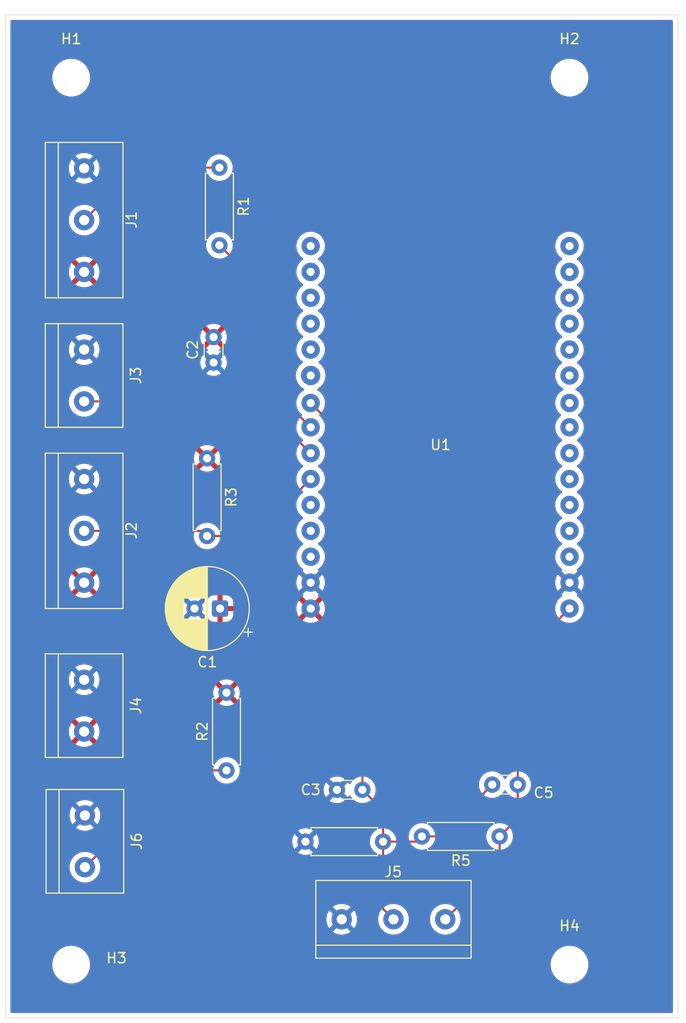
<source format=kicad_pcb>
(kicad_pcb (version 20241229) (generator "pcbnew") (generator_version "9.0")
  (layers (0 "F.Cu" signal) (2 "B.Cu" signal) (13 "F.Paste" user) (15 "B.Paste" user) (5 "F.SilkS" user "F.Silkscreen") (7 "B.SilkS" user "B.Silkscreen") (1 "F.Mask" user) (3 "B.Mask" user) (25 "Edge.Cuts" user))
  (net 0 "")
  (net 1 "GND")
  (net 2 "+5V")
  (net 3 "Net-(J1-Pin_2)")
  (net 4 "/GPIO26")
  (net 5 "/GPIO27")
  (net 6 "/GPIO33")
  (net 7 "Net-(J6-Pin_2)")
  (net 8 "/GPIO25")
  (net 11 "+3.3V")
  (footprint "ESP32_Custom_Footprints:TerminalBlock_bornier-3_P5.08mm" (layer "F.Cu") (at 168.275 81.28 -90)
    (property "Reference" "J2" (at 5.05 -4.65 90) (layer "F.SilkS"))
    (property "Value" "DS18B20 Terminal")
    (fp_line (start -2.54 3.81) (end 12.7 3.81) (stroke (width 0.12)) (layer "F.SilkS"))
    (fp_line (start -2.54 3.81) (end -2.54 -3.81) (stroke (width 0.12)) (layer "F.SilkS"))
    (fp_line (start 12.7 3.81) (end 12.7 -3.81) (stroke (width 0.12)) (layer "F.SilkS"))
    (fp_line (start -2.54 2.54) (end 12.7 2.54) (stroke (width 0.12)) (layer "F.SilkS"))
    (fp_line (start -2.54 -3.81) (end 12.7 -3.81) (stroke (width 0.12)) (layer "F.SilkS"))
    (pad "1" thru_hole circle (at 0 0 270) (size 2 2) (drill 1) (layers "*.Cu" "*.Mask") (net 1 "GND"))
    (pad "2" thru_hole circle (at 5.08 0 270) (size 2 2) (drill 1) (layers "*.Cu" "*.Mask") (net 4 "/GPIO26"))
    (pad "3" thru_hole circle (at 10.16 0 270) (size 2 2) (drill 1) (layers "*.Cu" "*.Mask") (net 2 "+5V"))
  )
  (footprint "ESP32_Custom_Footprints:C_Disc_D3.0mm_W1.6mm_P2.50mm" (layer "F.Cu") (at 193.08 111.76)
    (property "Reference" "C3" (at -2.58 0 0) (layer "F.SilkS"))
    (property "Value" "0.1µF Ceramic Capacitor")
    (fp_line (start 0.485 -0.92) (end 2.015 -0.92) (stroke (width 0.12)) (layer "F.SilkS"))
    (fp_line (start 0.485 0.92) (end 2.015 0.92) (stroke (width 0.12)) (layer "F.SilkS"))
    (pad "1" thru_hole circle (at 0 0) (size 1.6 1.6) (drill 0.8) (layers "*.Cu" "*.Mask") (net 1 "GND"))
    (pad "2" thru_hole circle (at 2.5 0) (size 1.6 1.6) (drill 0.8) (layers "*.Cu" "*.Mask") (net 6 "/GPIO33"))
  )
  (footprint "ESP32_Custom_Footprints:CP_Radial_D8.0mm_P2.50mm" (layer "F.Cu") (at 181.61 93.98 180)
    (property "Reference" "C1" (at 1.25 -5.25 0) (layer "F.SilkS"))
    (property "Value" "1000µF C_Polarized")
    (fp_line (start 5.33 -0.533) (end 5.33 0.533) (stroke (width 0.12)) (layer "F.SilkS"))
    (fp_line (start 5.29 -0.768) (end 5.29 0.768) (stroke (width 0.12)) (layer "F.SilkS"))
    (fp_line (start 5.25 -0.947) (end 5.25 0.947) (stroke (width 0.12)) (layer "F.SilkS"))
    (fp_line (start 5.21 -1.097) (end 5.21 1.097) (stroke (width 0.12)) (layer "F.SilkS"))
    (fp_line (start 5.17 -1.228) (end 5.17 1.228) (stroke (width 0.12)) (layer "F.SilkS"))
    (fp_line (start 5.13 -1.346) (end 5.13 1.346) (stroke (width 0.12)) (layer "F.SilkS"))
    (fp_line (start 5.09 -1.453) (end 5.09 1.453) (stroke (width 0.12)) (layer "F.SilkS"))
    (fp_line (start 5.05 -1.552) (end 5.05 1.552) (stroke (width 0.12)) (layer "F.SilkS"))
    (fp_line (start 5.01 -1.644) (end 5.01 1.644) (stroke (width 0.12)) (layer "F.SilkS"))
    (fp_line (start 4.97 -1.731) (end 4.97 1.731) (stroke (width 0.12)) (layer "F.SilkS"))
    (fp_line (start 4.93 -1.813) (end 4.93 1.813) (stroke (width 0.12)) (layer "F.SilkS"))
    (fp_line (start 4.89 -1.89) (end 4.89 1.89) (stroke (width 0.12)) (layer "F.SilkS"))
    (fp_line (start 4.85 -1.964) (end 4.85 1.964) (stroke (width 0.12)) (layer "F.SilkS"))
    (fp_line (start 4.81 -2.034) (end 4.81 2.034) (stroke (width 0.12)) (layer "F.SilkS"))
    (fp_line (start 4.77 -2.101) (end 4.77 2.101) (stroke (width 0.12)) (layer "F.SilkS"))
    (fp_line (start 4.73 -2.165) (end 4.73 2.165) (stroke (width 0.12)) (layer "F.SilkS"))
    (fp_line (start 4.69 -2.227) (end 4.69 2.227) (stroke (width 0.12)) (layer "F.SilkS"))
    (fp_line (start 4.65 -2.287) (end 4.65 2.287) (stroke (width 0.12)) (layer "F.SilkS"))
    (fp_line (start 4.61 -2.344) (end 4.61 2.344) (stroke (width 0.12)) (layer "F.SilkS"))
    (fp_line (start 4.57 -2.4) (end 4.57 2.4) (stroke (width 0.12)) (layer "F.SilkS"))
    (fp_line (start 4.53 -2.453) (end 4.53 2.453) (stroke (width 0.12)) (layer "F.SilkS"))
    (fp_line (start 4.49 -2.505) (end 4.49 2.505) (stroke (width 0.12)) (layer "F.SilkS"))
    (fp_line (start 4.45 -2.555) (end 4.45 2.555) (stroke (width 0.12)) (layer "F.SilkS"))
    (fp_line (start 4.41 -2.604) (end 4.41 2.604) (stroke (width 0.12)) (layer "F.SilkS"))
    (fp_line (start 4.37 -2.651) (end 4.37 2.651) (stroke (width 0.12)) (layer "F.SilkS"))
    (fp_line (start 4.33 -2.696) (end 4.33 2.696) (stroke (width 0.12)) (layer "F.SilkS"))
    (fp_line (start 4.29 -2.741) (end 4.29 2.741) (stroke (width 0.12)) (layer "F.SilkS"))
    (fp_line (start 4.25 -2.784) (end 4.25 2.784) (stroke (width 0.12)) (layer "F.SilkS"))
    (fp_line (start 4.21 -2.826) (end 4.21 2.826) (stroke (width 0.12)) (layer "F.SilkS"))
    (fp_line (start 4.17 -2.867) (end 4.17 2.867) (stroke (width 0.12)) (layer "F.SilkS"))
    (fp_line (start 4.13 -2.906) (end 4.13 2.906) (stroke (width 0.12)) (layer "F.SilkS"))
    (fp_line (start 4.09 -2.945) (end 4.09 2.945) (stroke (width 0.12)) (layer "F.SilkS"))
    (fp_line (start 4.05 -2.982) (end 4.05 2.982) (stroke (width 0.12)) (layer "F.SilkS"))
    (fp_line (start 4.01 -3.019) (end 4.01 3.019) (stroke (width 0.12)) (layer "F.SilkS"))
    (fp_line (start 3.97 -3.055) (end 3.97 3.055) (stroke (width 0.12)) (layer "F.SilkS"))
    (fp_line (start 3.93 -3.089) (end 3.93 3.089) (stroke (width 0.12)) (layer "F.SilkS"))
    (fp_line (start 3.89 -3.123) (end 3.89 3.123) (stroke (width 0.12)) (layer "F.SilkS"))
    (fp_line (start 3.85 -3.156) (end 3.85 3.156) (stroke (width 0.12)) (layer "F.SilkS"))
    (fp_line (start 3.81 -3.188) (end 3.81 3.188) (stroke (width 0.12)) (layer "F.SilkS"))
    (fp_line (start 3.77 -3.219) (end 3.77 3.219) (stroke (width 0.12)) (layer "F.SilkS"))
    (fp_line (start 3.73 -3.25) (end 3.73 3.25) (stroke (width 0.12)) (layer "F.SilkS"))
    (fp_line (start 3.69 -3.28) (end 3.69 3.28) (stroke (width 0.12)) (layer "F.SilkS"))
    (fp_line (start 3.65 -3.309) (end 3.65 3.309) (stroke (width 0.12)) (layer "F.SilkS"))
    (fp_line (start 3.61 -3.337) (end 3.61 3.337) (stroke (width 0.12)) (layer "F.SilkS"))
    (fp_line (start 3.57 -3.365) (end 3.57 3.365) (stroke (width 0.12)) (layer "F.SilkS"))
    (fp_line (start 3.53 1.04) (end 3.53 3.392) (stroke (width 0.12)) (layer "F.SilkS"))
    (fp_line (start 3.53 -3.392) (end 3.53 -1.04) (stroke (width 0.12)) (layer "F.SilkS"))
    (fp_line (start 3.49 1.04) (end 3.49 3.418) (stroke (width 0.12)) (layer "F.SilkS"))
    (fp_line (start 3.49 -3.418) (end 3.49 -1.04) (stroke (width 0.12)) (layer "F.SilkS"))
    (fp_line (start 3.45 1.04) (end 3.45 3.443) (stroke (width 0.12)) (layer "F.SilkS"))
    (fp_line (start 3.45 -3.443) (end 3.45 -1.04) (stroke (width 0.12)) (layer "F.SilkS"))
    (fp_line (start 3.41 1.04) (end 3.41 3.468) (stroke (width 0.12)) (layer "F.SilkS"))
    (fp_line (start 3.41 -3.468) (end 3.41 -1.04) (stroke (width 0.12)) (layer "F.SilkS"))
    (fp_line (start 3.37 1.04) (end 3.37 3.493) (stroke (width 0.12)) (layer "F.SilkS"))
    (fp_line (start 3.37 -3.493) (end 3.37 -1.04) (stroke (width 0.12)) (layer "F.SilkS"))
    (fp_line (start 3.33 1.04) (end 3.33 3.516) (stroke (width 0.12)) (layer "F.SilkS"))
    (fp_line (start 3.33 -3.516) (end 3.33 -1.04) (stroke (width 0.12)) (layer "F.SilkS"))
    (fp_line (start 3.29 1.04) (end 3.29 3.539) (stroke (width 0.12)) (layer "F.SilkS"))
    (fp_line (start 3.29 -3.539) (end 3.29 -1.04) (stroke (width 0.12)) (layer "F.SilkS"))
    (fp_line (start 3.25 1.04) (end 3.25 3.562) (stroke (width 0.12)) (layer "F.SilkS"))
    (fp_line (start 3.25 -3.562) (end 3.25 -1.04) (stroke (width 0.12)) (layer "F.SilkS"))
    (fp_line (start 3.21 1.04) (end 3.21 3.584) (stroke (width 0.12)) (layer "F.SilkS"))
    (fp_line (start 3.21 -3.584) (end 3.21 -1.04) (stroke (width 0.12)) (layer "F.SilkS"))
    (fp_line (start 3.17 1.04) (end 3.17 3.605) (stroke (width 0.12)) (layer "F.SilkS"))
    (fp_line (start 3.17 -3.605) (end 3.17 -1.04) (stroke (width 0.12)) (layer "F.SilkS"))
    (fp_line (start 3.13 1.04) (end 3.13 3.626) (stroke (width 0.12)) (layer "F.SilkS"))
    (fp_line (start 3.13 -3.626) (end 3.13 -1.04) (stroke (width 0.12)) (layer "F.SilkS"))
    (fp_line (start 3.09 1.04) (end 3.09 3.646) (stroke (width 0.12)) (layer "F.SilkS"))
    (fp_line (start 3.09 -3.646) (end 3.09 -1.04) (stroke (width 0.12)) (layer "F.SilkS"))
    (fp_line (start 3.05 1.04) (end 3.05 3.666) (stroke (width 0.12)) (layer "F.SilkS"))
    (fp_line (start 3.05 -3.666) (end 3.05 -1.04) (stroke (width 0.12)) (layer "F.SilkS"))
    (fp_line (start 3.01 1.04) (end 3.01 3.685) (stroke (width 0.12)) (layer "F.SilkS"))
    (fp_line (start 3.01 -3.685) (end 3.01 -1.04) (stroke (width 0.12)) (layer "F.SilkS"))
    (fp_line (start 2.97 1.04) (end 2.97 3.704) (stroke (width 0.12)) (layer "F.SilkS"))
    (fp_line (start 2.97 -3.704) (end 2.97 -1.04) (stroke (width 0.12)) (layer "F.SilkS"))
    (fp_line (start 2.93 1.04) (end 2.93 3.722) (stroke (width 0.12)) (layer "F.SilkS"))
    (fp_line (start 2.93 -3.722) (end 2.93 -1.04) (stroke (width 0.12)) (layer "F.SilkS"))
    (fp_line (start 2.89 1.04) (end 2.89 3.74) (stroke (width 0.12)) (layer "F.SilkS"))
    (fp_line (start 2.89 -3.74) (end 2.89 -1.04) (stroke (width 0.12)) (layer "F.SilkS"))
    (fp_line (start 2.85 1.04) (end 2.85 3.757) (stroke (width 0.12)) (layer "F.SilkS"))
    (fp_line (start 2.85 -3.757) (end 2.85 -1.04) (stroke (width 0.12)) (layer "F.SilkS"))
    (fp_line (start 2.81 1.04) (end 2.81 3.773) (stroke (width 0.12)) (layer "F.SilkS"))
    (fp_line (start 2.81 -3.773) (end 2.81 -1.04) (stroke (width 0.12)) (layer "F.SilkS"))
    (fp_line (start 2.77 1.04) (end 2.77 3.789) (stroke (width 0.12)) (layer "F.SilkS"))
    (fp_line (start 2.77 -3.789) (end 2.77 -1.04) (stroke (width 0.12)) (layer "F.SilkS"))
    (fp_line (start 2.73 1.04) (end 2.73 3.805) (stroke (width 0.12)) (layer "F.SilkS"))
    (fp_line (start 2.73 -3.805) (end 2.73 -1.04) (stroke (width 0.12)) (layer "F.SilkS"))
    (fp_line (start 2.69 1.04) (end 2.69 3.82) (stroke (width 0.12)) (layer "F.SilkS"))
    (fp_line (start 2.69 -3.82) (end 2.69 -1.04) (stroke (width 0.12)) (layer "F.SilkS"))
    (fp_line (start 2.65 1.04) (end 2.65 3.835) (stroke (width 0.12)) (layer "F.SilkS"))
    (fp_line (start 2.65 -3.835) (end 2.65 -1.04) (stroke (width 0.12)) (layer "F.SilkS"))
    (fp_line (start 2.61 1.04) (end 2.61 3.849) (stroke (width 0.12)) (layer "F.SilkS"))
    (fp_line (start 2.61 -3.849) (end 2.61 -1.04) (stroke (width 0.12)) (layer "F.SilkS"))
    (fp_line (start 2.57 1.04) (end 2.57 3.863) (stroke (width 0.12)) (layer "F.SilkS"))
    (fp_line (start 2.57 -3.863) (end 2.57 -1.04) (stroke (width 0.12)) (layer "F.SilkS"))
    (fp_line (start 2.53 1.04) (end 2.53 3.876) (stroke (width 0.12)) (layer "F.SilkS"))
    (fp_line (start 2.53 -3.876) (end 2.53 -1.04) (stroke (width 0.12)) (layer "F.SilkS"))
    (fp_line (start 2.49 1.04) (end 2.49 3.889) (stroke (width 0.12)) (layer "F.SilkS"))
    (fp_line (start 2.49 -3.889) (end 2.49 -1.04) (stroke (width 0.12)) (layer "F.SilkS"))
    (fp_line (start 2.45 1.04) (end 2.45 3.901) (stroke (width 0.12)) (layer "F.SilkS"))
    (fp_line (start 2.45 -3.901) (end 2.45 -1.04) (stroke (width 0.12)) (layer "F.SilkS"))
    (fp_line (start 2.41 1.04) (end 2.41 3.913) (stroke (width 0.12)) (layer "F.SilkS"))
    (fp_line (start 2.41 -3.913) (end 2.41 -1.04) (stroke (width 0.12)) (layer "F.SilkS"))
    (fp_line (start 2.37 1.04) (end 2.37 3.925) (stroke (width 0.12)) (layer "F.SilkS"))
    (fp_line (start 2.37 -3.925) (end 2.37 -1.04) (stroke (width 0.12)) (layer "F.SilkS"))
    (fp_line (start 2.33 1.04) (end 2.33 3.936) (stroke (width 0.12)) (layer "F.SilkS"))
    (fp_line (start 2.33 -3.936) (end 2.33 -1.04) (stroke (width 0.12)) (layer "F.SilkS"))
    (fp_line (start 2.29 1.04) (end 2.29 3.947) (stroke (width 0.12)) (layer "F.SilkS"))
    (fp_line (start 2.29 -3.947) (end 2.29 -1.04) (stroke (width 0.12)) (layer "F.SilkS"))
    (fp_line (start 2.25 1.04) (end 2.25 3.957) (stroke (width 0.12)) (layer "F.SilkS"))
    (fp_line (start 2.25 -3.957) (end 2.25 -1.04) (stroke (width 0.12)) (layer "F.SilkS"))
    (fp_line (start 2.21 1.04) (end 2.21 3.967) (stroke (width 0.12)) (layer "F.SilkS"))
    (fp_line (start 2.21 -3.967) (end 2.21 -1.04) (stroke (width 0.12)) (layer "F.SilkS"))
    (fp_line (start 2.17 1.04) (end 2.17 3.976) (stroke (width 0.12)) (layer "F.SilkS"))
    (fp_line (start 2.17 -3.976) (end 2.17 -1.04) (stroke (width 0.12)) (layer "F.SilkS"))
    (fp_line (start 2.13 1.04) (end 2.13 3.985) (stroke (width 0.12)) (layer "F.SilkS"))
    (fp_line (start 2.13 -3.985) (end 2.13 -1.04) (stroke (width 0.12)) (layer "F.SilkS"))
    (fp_line (start 2.09 1.04) (end 2.09 3.993) (stroke (width 0.12)) (layer "F.SilkS"))
    (fp_line (start 2.09 -3.993) (end 2.09 -1.04) (stroke (width 0.12)) (layer "F.SilkS"))
    (fp_line (start 2.05 1.04) (end 2.05 4.002) (stroke (width 0.12)) (layer "F.SilkS"))
    (fp_line (start 2.05 -4.002) (end 2.05 -1.04) (stroke (width 0.12)) (layer "F.SilkS"))
    (fp_line (start 2.01 1.04) (end 2.01 4.009) (stroke (width 0.12)) (layer "F.SilkS"))
    (fp_line (start 2.01 -4.009) (end 2.01 -1.04) (stroke (width 0.12)) (layer "F.SilkS"))
    (fp_line (start 1.97 1.04) (end 1.97 4.017) (stroke (width 0.12)) (layer "F.SilkS"))
    (fp_line (start 1.97 -4.017) (end 1.97 -1.04) (stroke (width 0.12)) (layer "F.SilkS"))
    (fp_line (start 1.93 1.04) (end 1.93 4.023) (stroke (width 0.12)) (layer "F.SilkS"))
    (fp_line (start 1.93 -4.023) (end 1.93 -1.04) (stroke (width 0.12)) (layer "F.SilkS"))
    (fp_line (start 1.89 1.04) (end 1.89 4.03) (stroke (width 0.12)) (layer "F.SilkS"))
    (fp_line (start 1.89 -4.03) (end 1.89 -1.04) (stroke (width 0.12)) (layer "F.SilkS"))
    (fp_line (start 1.85 1.04) (end 1.85 4.036) (stroke (width 0.12)) (layer "F.SilkS"))
    (fp_line (start 1.85 -4.036) (end 1.85 -1.04) (stroke (width 0.12)) (layer "F.SilkS"))
    (fp_line (start 1.81 1.04) (end 1.81 4.042) (stroke (width 0.12)) (layer "F.SilkS"))
    (fp_line (start 1.81 -4.042) (end 1.81 -1.04) (stroke (width 0.12)) (layer "F.SilkS"))
    (fp_line (start 1.77 1.04) (end 1.77 4.047) (stroke (width 0.12)) (layer "F.SilkS"))
    (fp_line (start 1.77 -4.047) (end 1.77 -1.04) (stroke (width 0.12)) (layer "F.SilkS"))
    (fp_line (start 1.73 1.04) (end 1.73 4.052) (stroke (width 0.12)) (layer "F.SilkS"))
    (fp_line (start 1.73 -4.052) (end 1.73 -1.04) (stroke (width 0.12)) (layer "F.SilkS"))
    (fp_line (start 1.69 1.04) (end 1.69 4.056) (stroke (width 0.12)) (layer "F.SilkS"))
    (fp_line (start 1.69 -4.056) (end 1.69 -1.04) (stroke (width 0.12)) (layer "F.SilkS"))
    (fp_line (start 1.65 1.04) (end 1.65 4.061) (stroke (width 0.12)) (layer "F.SilkS"))
    (fp_line (start 1.65 -4.061) (end 1.65 -1.04) (stroke (width 0.12)) (layer "F.SilkS"))
    (fp_line (start 1.61 1.04) (end 1.61 4.064) (stroke (width 0.12)) (layer "F.SilkS"))
    (fp_line (start 1.61 -4.064) (end 1.61 -1.04) (stroke (width 0.12)) (layer "F.SilkS"))
    (fp_line (start 1.57 1.04) (end 1.57 4.068) (stroke (width 0.12)) (layer "F.SilkS"))
    (fp_line (start 1.57 -4.068) (end 1.57 -1.04) (stroke (width 0.12)) (layer "F.SilkS"))
    (fp_line (start 1.53 1.04) (end 1.53 4.07) (stroke (width 0.12)) (layer "F.SilkS"))
    (fp_line (start 1.53 -4.07) (end 1.53 -1.04) (stroke (width 0.12)) (layer "F.SilkS"))
    (fp_line (start 1.49 1.04) (end 1.49 4.073) (stroke (width 0.12)) (layer "F.SilkS"))
    (fp_line (start 1.49 -4.073) (end 1.49 -1.04) (stroke (width 0.12)) (layer "F.SilkS"))
    (fp_line (start 1.45 -4.075) (end 1.45 4.075) (stroke (width 0.12)) (layer "F.SilkS"))
    (fp_line (start 1.41 -4.077) (end 1.41 4.077) (stroke (width 0.12)) (layer "F.SilkS"))
    (fp_line (start 1.37 -4.078) (end 1.37 4.078) (stroke (width 0.12)) (layer "F.SilkS"))
    (fp_line (start 1.33 -4.079) (end 1.33 4.079) (stroke (width 0.12)) (layer "F.SilkS"))
    (fp_line (start 1.29 -4.08) (end 1.29 4.08) (stroke (width 0.12)) (layer "F.SilkS"))
    (fp_line (start 1.25 -4.08) (end 1.25 4.08) (stroke (width 0.12)) (layer "F.SilkS"))
    (fp_line (start -2.759698 -2.715) (end -2.759698 -1.915) (stroke (width 0.12)) (layer "F.SilkS"))
    (fp_line (start -3.159698 -2.315) (end -2.359698 -2.315) (stroke (width 0.12)) (layer "F.SilkS"))
    (fp_circle (center 1.25 0) (end 5.37 0) (stroke (width 0.12)) (fill no) (layer "F.SilkS"))
    (pad "1" thru_hole roundrect (at 0 0 180) (size 1.6 1.6) (drill 0.8) (layers "*.Cu" "*.Mask") (roundrect_rratio 0.15625) (net 2 "+5V"))
    (pad "2" thru_hole circle (at 2.5 0 180) (size 1.6 1.6) (drill 0.8) (layers "*.Cu" "*.Mask") (net 1 "GND"))
  )
  (footprint "ESP32_Custom_Footprints:ESP32-DevKit" (layer "F.Cu") (at 189 48.42)
    (property "Reference" "U1" (hide yes))
    (property "Value" "~" (hide yes))
    (fp_text user "${REFERENCE}" (at 14.25 29.5 0) (layer "F.SilkS"))
    (pad "1" thru_hole circle (at 1.5 10) (size 1.8 1.8) (drill 0.8) (layers "*.Cu" "*.Mask"))
    (pad "2" thru_hole circle (at 1.5 12.54) (size 1.8 1.8) (drill 0.8) (layers "*.Cu" "*.Mask"))
    (pad "3" thru_hole circle (at 1.5 15.08) (size 1.8 1.8) (drill 0.8) (layers "*.Cu" "*.Mask"))
    (pad "4" thru_hole circle (at 1.5 17.62) (size 1.8 1.8) (drill 0.8) (layers "*.Cu" "*.Mask"))
    (pad "5" thru_hole circle (at 1.5 20.16) (size 1.8 1.8) (drill 0.8) (layers "*.Cu" "*.Mask"))
    (pad "6" thru_hole circle (at 1.5 22.7) (size 1.9 1.9) (drill 0.8) (layers "*.Cu" "*.Mask"))
    (pad "7" thru_hole circle (at 1.5 25.4) (size 1.8 1.8) (drill 0.8) (layers "*.Cu" "*.Mask") (net 6 "/GPIO33"))
    (pad "8" thru_hole circle (at 1.5 27.78) (size 1.8 1.8) (drill 0.8) (layers "*.Cu" "*.Mask") (net 8 "/GPIO25"))
    (pad "9" thru_hole circle (at 1.5 32.86) (size 1.8 1.8) (drill 0.8) (layers "*.Cu" "*.Mask") (net 4 "/GPIO26"))
    (pad "10" thru_hole circle (at 1.5 30.32) (size 1.8 1.8) (drill 0.8) (layers "*.Cu" "*.Mask") (net 5 "/GPIO27"))
    (pad "11" thru_hole circle (at 1.5 35.4) (size 1.8 1.8) (drill 0.8) (layers "*.Cu" "*.Mask"))
    (pad "12" thru_hole circle (at 1.5 37.94) (size 1.8 1.8) (drill 0.8) (layers "*.Cu" "*.Mask"))
    (pad "13" thru_hole circle (at 1.5 40.48) (size 1.8 1.8) (drill 0.8) (layers "*.Cu" "*.Mask"))
    (pad "14" thru_hole circle (at 1.5 43.02) (size 1.8 1.8) (drill 0.8) (layers "*.Cu" "*.Mask") (net 1 "GND"))
    (pad "15" thru_hole circle (at 1.5 45.56) (size 1.8 1.8) (drill 0.8) (layers "*.Cu" "*.Mask") (net 2 "+5V"))
    (pad "16" thru_hole circle (at 26.9 10) (size 1.8 1.8) (drill 0.8) (layers "*.Cu" "*.Mask"))
    (pad "17" thru_hole circle (at 26.9 12.54) (size 1.8 1.8) (drill 0.8) (layers "*.Cu" "*.Mask"))
    (pad "18" thru_hole circle (at 26.9 15.08) (size 1.8 1.8) (drill 0.8) (layers "*.Cu" "*.Mask"))
    (pad "19" thru_hole circle (at 26.9 17.62) (size 1.8 1.8) (drill 0.8) (layers "*.Cu" "*.Mask"))
    (pad "20" thru_hole circle (at 26.9 20.16) (size 1.8 1.8) (drill 0.8) (layers "*.Cu" "*.Mask"))
    (pad "21" thru_hole circle (at 26.9 22.7) (size 1.8 1.8) (drill 0.8) (layers "*.Cu" "*.Mask"))
    (pad "22" thru_hole circle (at 26.9 25.4) (size 1.8 1.8) (drill 0.8) (layers "*.Cu" "*.Mask"))
    (pad "23" thru_hole circle (at 26.9 27.78) (size 1.8 1.8) (drill 0.8) (layers "*.Cu" "*.Mask"))
    (pad "24" thru_hole circle (at 26.9 30.32) (size 1.8 1.8) (drill 0.8) (layers "*.Cu" "*.Mask"))
    (pad "25" thru_hole circle (at 26.9 32.86) (size 1.8 1.8) (drill 0.8) (layers "*.Cu" "*.Mask"))
    (pad "26" thru_hole circle (at 26.9 35.4) (size 1.8 1.8) (drill 0.8) (layers "*.Cu" "*.Mask"))
    (pad "27" thru_hole circle (at 26.9 37.94) (size 1.8 1.8) (drill 0.8) (layers "*.Cu" "*.Mask"))
    (pad "28" thru_hole circle (at 26.9 40.48) (size 1.8 1.8) (drill 0.8) (layers "*.Cu" "*.Mask"))
    (pad "29" thru_hole circle (at 26.9 43.02) (size 1.8 1.8) (drill 0.8) (layers "*.Cu" "*.Mask") (net 1 "GND"))
    (pad "30" thru_hole circle (at 26.9 45.56) (size 1.8 1.8) (drill 0.8) (layers "*.Cu" "*.Mask") (net 11 "+3.3V"))
  )
  (footprint "ESP32_Custom_Footprints:MountingHole_3.2mm_M3_ISO7380" (layer "F.Cu") (at 167.005 128.905)
    (property "Reference" "H3" (at 4.445 -0.635 0) (layer "F.SilkS"))
    (property "Value" "MountingHole")
    (pad "" np_thru_hole circle (at 0 0) (size 3.2 3.2) (drill 3.2) (layers "*.Cu" "*.Mask"))
  )
  (footprint "ESP32_Custom_Footprints:R_Axial_DIN0207_L6.3mm_D2.5mm_P7.62mm_Horizontal" (layer "F.Cu") (at 182.245 109.855 90)
    (property "Reference" "R2" (at 3.81 -2.37 90) (layer "F.SilkS"))
    (property "Value" "220Ω")
    (fp_line (start 7.08 -1.37) (end 7.08 -1.04) (stroke (width 0.12)) (layer "F.SilkS"))
    (fp_line (start 0.54 -1.37) (end 7.08 -1.37) (stroke (width 0.12)) (layer "F.SilkS"))
    (fp_line (start 0.54 -1.04) (end 0.54 -1.37) (stroke (width 0.12)) (layer "F.SilkS"))
    (fp_line (start 0.54 1.04) (end 0.54 1.37) (stroke (width 0.12)) (layer "F.SilkS"))
    (fp_line (start 7.08 1.37) (end 7.08 1.04) (stroke (width 0.12)) (layer "F.SilkS"))
    (fp_line (start 0.54 1.37) (end 7.08 1.37) (stroke (width 0.12)) (layer "F.SilkS"))
    (pad "1" thru_hole circle (at 0 0 90) (size 1.6 1.6) (drill 0.8) (layers "*.Cu" "*.Mask") (net 7 "Net-(J6-Pin_2)"))
    (pad "2" thru_hole circle (at 7.62 0 90) (size 1.6 1.6) (drill 0.8) (layers "*.Cu" "*.Mask") (net 2 "+5V"))
  )
  (footprint "ESP32_Custom_Footprints:R_Axial_DIN0207_L6.3mm_D2.5mm_P7.62mm_Horizontal" (layer "F.Cu") (at 181.55 50.73 -90)
    (property "Reference" "R1" (at 3.81 -2.37 90) (layer "F.SilkS"))
    (property "Value" "300Ω")
    (fp_line (start 0.54 1.37) (end 7.08 1.37) (stroke (width 0.12)) (layer "F.SilkS"))
    (fp_line (start 7.08 1.37) (end 7.08 1.04) (stroke (width 0.12)) (layer "F.SilkS"))
    (fp_line (start 0.54 1.04) (end 0.54 1.37) (stroke (width 0.12)) (layer "F.SilkS"))
    (fp_line (start 0.54 -1.04) (end 0.54 -1.37) (stroke (width 0.12)) (layer "F.SilkS"))
    (fp_line (start 0.54 -1.37) (end 7.08 -1.37) (stroke (width 0.12)) (layer "F.SilkS"))
    (fp_line (start 7.08 -1.37) (end 7.08 -1.04) (stroke (width 0.12)) (layer "F.SilkS"))
    (pad "1" thru_hole circle (at 0 0 270) (size 1.6 1.6) (drill 0.8) (layers "*.Cu" "*.Mask") (net 3 "Net-(J1-Pin_2)"))
    (pad "2" thru_hole circle (at 7.62 0 270) (size 1.6 1.6) (drill 0.8) (layers "*.Cu" "*.Mask") (net 8 "/GPIO25"))
  )
  (footprint "ESP32_Custom_Footprints:C_Disc_D3.0mm_W1.6mm_P2.50mm" (layer "F.Cu") (at 180.975 69.85 90)
    (property "Reference" "C2" (at 1.25 -2.05 90) (layer "F.SilkS"))
    (property "Value" "0.1µF Ceramic Capacitor")
    (fp_line (start 0.485 -0.92) (end 2.015 -0.92) (stroke (width 0.12)) (layer "F.SilkS"))
    (fp_line (start 0.485 0.92) (end 2.015 0.92) (stroke (width 0.12)) (layer "F.SilkS"))
    (pad "1" thru_hole circle (at 0 0 90) (size 1.6 1.6) (drill 0.8) (layers "*.Cu" "*.Mask") (net 1 "GND"))
    (pad "2" thru_hole circle (at 2.5 0 90) (size 1.6 1.6) (drill 0.8) (layers "*.Cu" "*.Mask") (net 2 "+5V"))
  )
  (footprint "ESP32_Custom_Footprints:MountingHole_3.2mm_M3_ISO7380" (layer "F.Cu") (at 215.9 41.91)
    (property "Reference" "H2" (at 0 -3.8 0) (layer "F.SilkS"))
    (property "Value" "MountingHole")
    (pad "" np_thru_hole circle (at 0 0) (size 3.2 3.2) (drill 3.2) (layers "*.Cu" "*.Mask"))
  )
  (footprint "ESP32_Custom_Footprints:MountingHole_3.2mm_M3_ISO7380" (layer "F.Cu") (at 167.005 41.91)
    (property "Reference" "H1" (at 0 -3.8 0) (layer "F.SilkS"))
    (property "Value" "MountingHole")
    (pad "" np_thru_hole circle (at 0 0) (size 3.2 3.2) (drill 3.2) (layers "*.Cu" "*.Mask"))
  )
  (footprint "ESP32_Custom_Footprints:TerminalBlock_bornier-2_P5.08mm" (layer "F.Cu") (at 168.275 68.58 -90)
    (property "Reference" "J3" (at 2.54 -5.08 270) (layer "F.SilkS"))
    (property "Value" "SSR_25DA Terminal")
    (fp_line (start -2.54 3.81) (end 7.62 3.81) (stroke (width 0.12)) (layer "F.SilkS"))
    (fp_line (start 7.62 3.81) (end 7.62 -3.81) (stroke (width 0.12)) (layer "F.SilkS"))
    (fp_line (start 7.62 2.54) (end -2.54 2.54) (stroke (width 0.12)) (layer "F.SilkS"))
    (fp_line (start -2.54 -3.81) (end -2.54 3.81) (stroke (width 0.12)) (layer "F.SilkS"))
    (fp_line (start 7.62 -3.81) (end -2.54 -3.81) (stroke (width 0.12)) (layer "F.SilkS"))
    (pad "1" thru_hole circle (at 0 0 270) (size 2 2) (drill 1) (layers "*.Cu" "*.Mask") (net 1 "GND"))
    (pad "2" thru_hole circle (at 5.08 0 270) (size 2 2) (drill 1) (layers "*.Cu" "*.Mask") (net 5 "/GPIO27"))
  )
  (footprint "ESP32_Custom_Footprints:C_Disc_D3.0mm_W1.6mm_P2.50mm" (layer "F.Cu") (at 208.32 111.252)
    (property "Reference" "C5" (at 5.04 0.8 0) (layer "F.SilkS"))
    (property "Value" "0.1µF Ceramic Capacitor")
    (fp_line (start 0.485 -0.92) (end 2.015 -0.92) (stroke (width 0.12)) (layer "F.SilkS"))
    (fp_line (start 0.485 0.92) (end 2.015 0.92) (stroke (width 0.12)) (layer "F.SilkS"))
    (pad "1" thru_hole circle (at 0 0) (size 1.6 1.6) (drill 0.8) (layers "*.Cu" "*.Mask") (net 6 "/GPIO33"))
    (pad "2" thru_hole circle (at 2.5 0) (size 1.6 1.6) (drill 0.8) (layers "*.Cu" "*.Mask") (net 11 "+3.3V"))
  )
  (footprint "ESP32_Custom_Footprints:R_Axial_DIN0207_L6.3mm_D2.5mm_P7.62mm_Horizontal" (layer "F.Cu") (at 180.34 79.248 -90)
    (property "Reference" "R3" (at 3.81 -2.37 90) (layer "F.SilkS"))
    (property "Value" "4.7KΩ")
    (fp_line (start 0.54 1.37) (end 7.08 1.37) (stroke (width 0.12)) (layer "F.SilkS"))
    (fp_line (start 7.08 1.37) (end 7.08 1.04) (stroke (width 0.12)) (layer "F.SilkS"))
    (fp_line (start 0.54 1.04) (end 0.54 1.37) (stroke (width 0.12)) (layer "F.SilkS"))
    (fp_line (start 0.54 -1.04) (end 0.54 -1.37) (stroke (width 0.12)) (layer "F.SilkS"))
    (fp_line (start 0.54 -1.37) (end 7.08 -1.37) (stroke (width 0.12)) (layer "F.SilkS"))
    (fp_line (start 7.08 -1.37) (end 7.08 -1.04) (stroke (width 0.12)) (layer "F.SilkS"))
    (pad "1" thru_hole circle (at 0 0 270) (size 1.6 1.6) (drill 0.8) (layers "*.Cu" "*.Mask") (net 2 "+5V"))
    (pad "2" thru_hole circle (at 7.62 0 270) (size 1.6 1.6) (drill 0.8) (layers "*.Cu" "*.Mask") (net 4 "/GPIO26"))
  )
  (footprint "ESP32_Custom_Footprints:R_Axial_DIN0207_L6.3mm_D2.5mm_P7.62mm_Horizontal" (layer "F.Cu") (at 197.612 116.84 180)
    (property "Reference" "R4" (hide yes))
    (property "Value" "10K")
    (fp_line (start 7.08 1.37) (end 7.08 1.04) (stroke (width 0.12)) (layer "F.SilkS"))
    (fp_line (start 7.08 -1.37) (end 7.08 -1.04) (stroke (width 0.12)) (layer "F.SilkS"))
    (fp_line (start 0.54 1.37) (end 7.08 1.37) (stroke (width 0.12)) (layer "F.SilkS"))
    (fp_line (start 0.54 1.04) (end 0.54 1.37) (stroke (width 0.12)) (layer "F.SilkS"))
    (fp_line (start 0.54 -1.04) (end 0.54 -1.37) (stroke (width 0.12)) (layer "F.SilkS"))
    (fp_line (start 0.54 -1.37) (end 7.08 -1.37) (stroke (width 0.12)) (layer "F.SilkS"))
    (pad "1" thru_hole circle (at 0 0 180) (size 1.6 1.6) (drill 0.8) (layers "*.Cu" "*.Mask") (net 6 "/GPIO33"))
    (pad "2" thru_hole circle (at 7.62 0 180) (size 1.6 1.6) (drill 0.8) (layers "*.Cu" "*.Mask") (net 1 "GND"))
  )
  (footprint "ESP32_Custom_Footprints:R_Axial_DIN0207_L6.3mm_D2.5mm_P7.62mm_Horizontal" (layer "F.Cu") (at 209.042 116.332 180)
    (property "Reference" "R5" (at 3.81 -2.37 0) (layer "F.SilkS"))
    (property "Value" "10K")
    (fp_line (start 7.08 1.37) (end 7.08 1.04) (stroke (width 0.12)) (layer "F.SilkS"))
    (fp_line (start 7.08 -1.37) (end 7.08 -1.04) (stroke (width 0.12)) (layer "F.SilkS"))
    (fp_line (start 0.54 1.37) (end 7.08 1.37) (stroke (width 0.12)) (layer "F.SilkS"))
    (fp_line (start 0.54 1.04) (end 0.54 1.37) (stroke (width 0.12)) (layer "F.SilkS"))
    (fp_line (start 0.54 -1.04) (end 0.54 -1.37) (stroke (width 0.12)) (layer "F.SilkS"))
    (fp_line (start 0.54 -1.37) (end 7.08 -1.37) (stroke (width 0.12)) (layer "F.SilkS"))
    (pad "1" thru_hole circle (at 0 0 180) (size 1.6 1.6) (drill 0.8) (layers "*.Cu" "*.Mask") (net 11 "+3.3V"))
    (pad "2" thru_hole circle (at 7.62 0 180) (size 1.6 1.6) (drill 0.8) (layers "*.Cu" "*.Mask") (net 6 "/GPIO33"))
  )
  (footprint "ESP32_Custom_Footprints:MountingHole_3.2mm_M3_ISO7380" (layer "F.Cu") (at 215.9 128.905)
    (property "Reference" "H4" (at 0 -3.8 0) (layer "F.SilkS"))
    (property "Value" "MountingHole")
    (pad "" np_thru_hole circle (at 0 0) (size 3.2 3.2) (drill 3.2) (layers "*.Cu" "*.Mask"))
  )
  (footprint "ESP32_Custom_Footprints:TerminalBlock_bornier-3_P5.08mm" (layer "F.Cu") (at 168.275 50.8 -90)
    (property "Reference" "J1" (at 5.05 -4.65 90) (layer "F.SilkS"))
    (property "Value" "RGB LED Terminal")
    (fp_line (start -2.54 3.81) (end 12.7 3.81) (stroke (width 0.12)) (layer "F.SilkS"))
    (fp_line (start -2.54 3.81) (end -2.54 -3.81) (stroke (width 0.12)) (layer "F.SilkS"))
    (fp_line (start 12.7 3.81) (end 12.7 -3.81) (stroke (width 0.12)) (layer "F.SilkS"))
    (fp_line (start -2.54 2.54) (end 12.7 2.54) (stroke (width 0.12)) (layer "F.SilkS"))
    (fp_line (start -2.54 -3.81) (end 12.7 -3.81) (stroke (width 0.12)) (layer "F.SilkS"))
    (pad "1" thru_hole circle (at 0 0 270) (size 2 2) (drill 1) (layers "*.Cu" "*.Mask") (net 1 "GND"))
    (pad "2" thru_hole circle (at 5.08 0 270) (size 2 2) (drill 1) (layers "*.Cu" "*.Mask") (net 3 "Net-(J1-Pin_2)"))
    (pad "3" thru_hole circle (at 10.16 0 270) (size 2 2) (drill 1) (layers "*.Cu" "*.Mask") (net 2 "+5V"))
  )
  (footprint "ESP32_Custom_Footprints:TerminalBlock_bornier-3_P5.08mm" (layer "F.Cu") (at 193.548 124.46)
    (property "Reference" "J5" (at 5.05 -4.65 0) (layer "F.SilkS"))
    (property "Value" "SCT-013-020 Current Sensor Terminal")
    (fp_line (start -2.54 -3.81) (end 12.7 -3.81) (stroke (width 0.12)) (layer "F.SilkS"))
    (fp_line (start -2.54 2.54) (end 12.7 2.54) (stroke (width 0.12)) (layer "F.SilkS"))
    (fp_line (start -2.54 3.81) (end -2.54 -3.81) (stroke (width 0.12)) (layer "F.SilkS"))
    (fp_line (start -2.54 3.81) (end 12.7 3.81) (stroke (width 0.12)) (layer "F.SilkS"))
    (fp_line (start 12.7 3.81) (end 12.7 -3.81) (stroke (width 0.12)) (layer "F.SilkS"))
    (pad "1" thru_hole circle (at 0 0) (size 2 2) (drill 1) (layers "*.Cu" "*.Mask") (net 1 "GND"))
    (pad "2" thru_hole circle (at 5.08 0) (size 2 2) (drill 1) (layers "*.Cu" "*.Mask") (net 6 "/GPIO33"))
    (pad "3" thru_hole circle (at 10.16 0) (size 2 2) (drill 1) (layers "*.Cu" "*.Mask") (net 11 "+3.3V"))
  )
  (footprint "ESP32_Custom_Footprints:TerminalBlock_bornier-2_P5.08mm" (layer "F.Cu") (at 168.275 100.965 -90)
    (property "Reference" "J4" (at 2.54 -5.08 270) (layer "F.SilkS"))
    (property "Value" "Power Input Terminal")
    (fp_line (start -2.54 3.81) (end 7.62 3.81) (stroke (width 0.12)) (layer "F.SilkS"))
    (fp_line (start 7.62 3.81) (end 7.62 -3.81) (stroke (width 0.12)) (layer "F.SilkS"))
    (fp_line (start 7.62 2.54) (end -2.54 2.54) (stroke (width 0.12)) (layer "F.SilkS"))
    (fp_line (start -2.54 -3.81) (end -2.54 3.81) (stroke (width 0.12)) (layer "F.SilkS"))
    (fp_line (start 7.62 -3.81) (end -2.54 -3.81) (stroke (width 0.12)) (layer "F.SilkS"))
    (pad "1" thru_hole circle (at 0 0 270) (size 2 2) (drill 1) (layers "*.Cu" "*.Mask") (net 1 "GND"))
    (pad "2" thru_hole circle (at 5.08 0 270) (size 2 2) (drill 1) (layers "*.Cu" "*.Mask") (net 2 "+5V"))
  )
  (footprint "ESP32_Custom_Footprints:TerminalBlock_bornier-2_P5.08mm" (layer "F.Cu") (at 168.35 114.27 -90)
    (property "Reference" "J6" (at 2.54 -5.08 270) (layer "F.SilkS"))
    (property "Value" "Red LED Power Indecator")
    (fp_line (start -2.54 3.81) (end 7.62 3.81) (stroke (width 0.12)) (layer "F.SilkS"))
    (fp_line (start 7.62 3.81) (end 7.62 -3.81) (stroke (width 0.12)) (layer "F.SilkS"))
    (fp_line (start 7.62 2.54) (end -2.54 2.54) (stroke (width 0.12)) (layer "F.SilkS"))
    (fp_line (start -2.54 -3.81) (end -2.54 3.81) (stroke (width 0.12)) (layer "F.SilkS"))
    (fp_line (start 7.62 -3.81) (end -2.54 -3.81) (stroke (width 0.12)) (layer "F.SilkS"))
    (pad "1" thru_hole circle (at 0 0 270) (size 2 2) (drill 1) (layers "*.Cu" "*.Mask") (net 1 "GND"))
    (pad "2" thru_hole circle (at 5.08 0 270) (size 2 2) (drill 1) (layers "*.Cu" "*.Mask") (net 7 "Net-(J6-Pin_2)"))
  )
  (gr_line (start 160.55 134.15) (end 160.55 35.75) (stroke (width 0.05)) (layer "Edge.Cuts"))
  (gr_line (start 160.55 35.75) (end 160.95 35.75) (stroke (width 0.05)) (layer "Edge.Cuts"))
  (gr_line (start 226.55 35.75) (end 226.55 134.15) (stroke (width 0.05)) (layer "Edge.Cuts"))
  (gr_line (start 226.55 134.15) (end 160.55 134.15) (stroke (width 0.05)) (layer "Edge.Cuts"))
  (gr_line (start 160.95 35.75) (end 226.55 35.75) (stroke (width 0.05)) (layer "Edge.Cuts"))
  (segment (start 168.275 55.88) (end 173.425 50.73) (width 0.2) (layer "F.Cu") (net 3))
  (segment (start 173.425 50.73) (end 181.55 50.73) (width 0.2) (layer "F.Cu") (net 3))
  (segment (start 184.912 86.868) (end 190.5 81.28) (width 0.2) (layer "F.Cu") (net 4))
  (segment (start 179.832 86.36) (end 180.34 86.868) (width 0.2) (layer "F.Cu") (net 4))
  (segment (start 180.34 86.868) (end 184.912 86.868) (width 0.2) (layer "F.Cu") (net 4))
  (segment (start 168.275 86.36) (end 179.832 86.36) (width 0.2) (layer "F.Cu") (net 4))
  (segment (start 168.275 73.66) (end 185.42 73.66) (width 0.2) (layer "F.Cu") (net 5))
  (segment (start 185.42 73.66) (end 190.5 78.74) (width 0.2) (layer "F.Cu") (net 5))
  (segment (start 197.612 113.792) (end 195.58 111.76) (width 0.2) (layer "F.Cu") (net 6))
  (segment (start 195.58 78.9) (end 190.5 73.82) (width 0.2) (layer "F.Cu") (net 6))
  (segment (start 200.914 116.84) (end 201.422 116.332) (width 0.2) (layer "F.Cu") (net 6))
  (segment (start 197.612 123.444) (end 197.612 116.84) (width 0.2) (layer "F.Cu") (net 6))
  (segment (start 195.58 111.76) (end 195.58 78.9) (width 0.2) (layer "F.Cu") (net 6))
  (segment (start 198.628 124.46) (end 197.612 123.444) (width 0.2) (layer "F.Cu") (net 6))
  (segment (start 197.612 116.84) (end 197.612 113.792) (width 0.2) (layer "F.Cu") (net 6))
  (segment (start 208.32 111.252) (end 208.788 111.252) (width 0.2) (layer "F.Cu") (net 6))
  (segment (start 203.24 116.332) (end 208.32 111.252) (width 0.2) (layer "F.Cu") (net 6))
  (segment (start 201.422 116.332) (end 203.24 116.332) (width 0.2) (layer "F.Cu") (net 6))
  (segment (start 197.612 116.84) (end 200.914 116.84) (width 0.2) (layer "F.Cu") (net 6))
  (segment (start 177.845 109.855) (end 182.245 109.855) (width 0.2) (layer "F.Cu") (net 7))
  (segment (start 168.35 119.35) (end 177.845 109.855) (width 0.2) (layer "F.Cu") (net 7))
  (segment (start 185.42 71.12) (end 190.5 76.2) (width 0.2) (layer "F.Cu") (net 8))
  (segment (start 185.42 62.22) (end 185.42 71.12) (width 0.2) (layer "F.Cu") (net 8))
  (segment (start 181.55 58.35) (end 185.42 62.22) (width 0.2) (layer "F.Cu") (net 8))
  (segment (start 209.042 116.332) (end 210.82 114.554) (width 0.2) (layer "F.Cu") (net 11))
  (segment (start 210.82 111.252) (end 210.82 99.06) (width 0.2) (layer "F.Cu") (net 11))
  (segment (start 210.82 114.554) (end 210.82 111.252) (width 0.2) (layer "F.Cu") (net 11))
  (segment (start 203.708 124.46) (end 209.042 119.126) (width 0.2) (layer "F.Cu") (net 11))
  (segment (start 210.82 99.06) (end 215.9 93.98) (width 0.2) (layer "F.Cu") (net 11))
  (segment (start 209.042 119.126) (end 209.042 116.332) (width 0.2) (layer "F.Cu") (net 11))
  (zone (net 2) (net_name "+5V") (layer "F.Cu") (priority 2) (connect_pads (clearance 0.5)) (min_thickness 0.25) (fill yes (thermal_gap 0.5) (thermal_bridge_width 0.5))
    (polygon (pts (xy 160.02 34.925) (xy 227.33 34.925) (xy 227.33 133.985) (xy 226.695 134.62) (xy 160.02 134.62)))
  )
  (zone (net 1) (net_name "GND") (layer "B.Cu") (connect_pads (clearance 0.5)) (min_thickness 0.25) (fill yes (thermal_gap 0.5) (thermal_bridge_width 0.5))
    (polygon (pts (xy 160.02 34.925) (xy 227.33 34.925) (xy 226.695 134.62) (xy 160.02 134.62) (xy 160.02 34.29)))
  )
)
</source>
